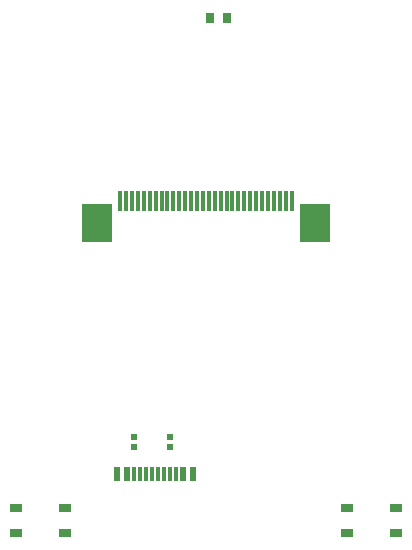
<source format=gbr>
%TF.GenerationSoftware,KiCad,Pcbnew,9.0.0*%
%TF.CreationDate,2025-04-24T13:45:02+03:00*%
%TF.ProjectId,ESP32_BOARD,45535033-325f-4424-9f41-52442e6b6963,1.0*%
%TF.SameCoordinates,Original*%
%TF.FileFunction,Paste,Bot*%
%TF.FilePolarity,Positive*%
%FSLAX46Y46*%
G04 Gerber Fmt 4.6, Leading zero omitted, Abs format (unit mm)*
G04 Created by KiCad (PCBNEW 9.0.0) date 2025-04-24 13:45:02*
%MOMM*%
%LPD*%
G01*
G04 APERTURE LIST*
%ADD10R,0.300000X1.800000*%
%ADD11R,2.500000X3.200000*%
%ADD12R,1.050000X0.650000*%
%ADD13R,0.800000X0.900000*%
%ADD14R,0.600000X0.560000*%
%ADD15R,0.600000X1.150000*%
%ADD16R,0.300000X1.150000*%
G04 APERTURE END LIST*
D10*
%TO.C,ST3*%
X88150000Y-124950000D03*
X88650000Y-124950000D03*
X89150000Y-124950000D03*
X89650000Y-124950000D03*
X90150000Y-124950000D03*
X90650000Y-124950000D03*
X91150000Y-124950000D03*
X91650000Y-124950000D03*
X92150000Y-124950000D03*
X92650000Y-124950000D03*
X93150000Y-124950000D03*
X93650000Y-124950000D03*
X94150000Y-124950000D03*
X94650000Y-124950000D03*
X95150000Y-124950000D03*
X95650000Y-124950000D03*
X96150000Y-124950000D03*
X96650000Y-124950000D03*
X97150000Y-124950000D03*
X97650000Y-124950000D03*
X98150000Y-124950000D03*
X98650000Y-124950000D03*
X99150000Y-124950000D03*
X99650000Y-124950000D03*
X100150000Y-124950000D03*
X100650000Y-124950000D03*
X101150000Y-124950000D03*
X101650000Y-124950000D03*
X102150000Y-124950000D03*
X102650000Y-124950000D03*
D11*
X104600000Y-126850000D03*
X86200000Y-126850000D03*
%TD*%
D12*
%TO.C,SW2*%
X111475000Y-150925000D03*
X107325000Y-150925000D03*
X111475000Y-153075000D03*
X107325000Y-153075000D03*
%TD*%
%TO.C,SW3*%
X79325000Y-153075000D03*
X83475000Y-153075000D03*
X79325000Y-150925000D03*
X83475000Y-150925000D03*
%TD*%
D13*
%TO.C,C23*%
X97150000Y-109460000D03*
X95750000Y-109460000D03*
%TD*%
D14*
%TO.C,R17*%
X89340000Y-145795000D03*
X89340000Y-144925000D03*
%TD*%
%TO.C,R16*%
X92350000Y-145785000D03*
X92350000Y-144915000D03*
%TD*%
D15*
%TO.C,ST2*%
X94280000Y-148045000D03*
X93480000Y-148045000D03*
D16*
X92330000Y-148045000D03*
X91330000Y-148045000D03*
X90830000Y-148045000D03*
X89830000Y-148045000D03*
D15*
X87880000Y-148045000D03*
X88680000Y-148045000D03*
D16*
X89330000Y-148045000D03*
X90330000Y-148045000D03*
X91830000Y-148045000D03*
X92830000Y-148045000D03*
%TD*%
M02*

</source>
